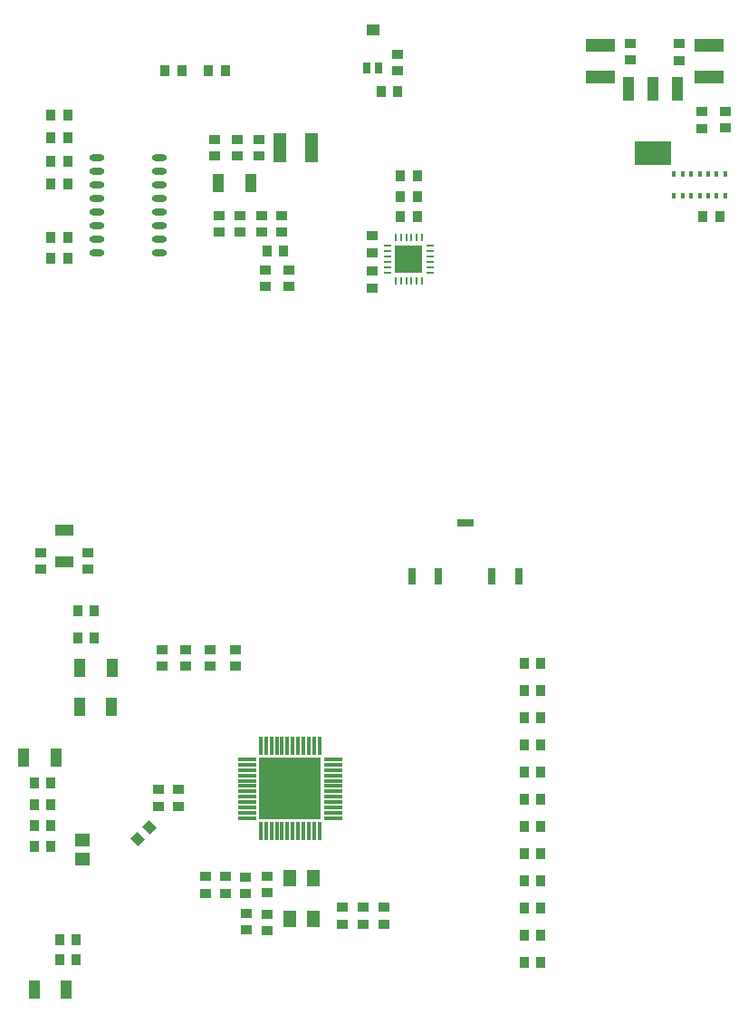
<source format=gtp>
G04 Layer_Color=8421504*
%FSLAX25Y25*%
%MOIN*%
G70*
G01*
G75*
%ADD10R,0.10709X0.04567*%
%ADD11R,0.03858X0.03661*%
%ADD12R,0.03661X0.03858*%
%ADD13R,0.13780X0.08661*%
%ADD14R,0.03937X0.08661*%
%ADD15R,0.01378X0.01968*%
%ADD16O,0.05512X0.02362*%
%ADD17R,0.04449X0.07087*%
%ADD18R,0.04567X0.10709*%
%ADD19R,0.05787X0.04567*%
%ADD20R,0.04724X0.05905*%
%ADD21R,0.22559X0.22559*%
%ADD22R,0.06614X0.01181*%
%ADD23R,0.01181X0.06614*%
G04:AMPARAMS|DCode=24|XSize=36.61mil|YSize=38.58mil|CornerRadius=0mil|HoleSize=0mil|Usage=FLASHONLY|Rotation=45.000|XOffset=0mil|YOffset=0mil|HoleType=Round|Shape=Rectangle|*
%AMROTATEDRECTD24*
4,1,4,0.00070,-0.02659,-0.02659,0.00070,-0.00070,0.02659,0.02659,-0.00070,0.00070,-0.02659,0.0*
%
%ADD24ROTATEDRECTD24*%

%ADD25R,0.03150X0.05905*%
%ADD26R,0.05905X0.03150*%
%ADD27R,0.07087X0.04449*%
%ADD28R,0.04724X0.04331*%
%ADD29R,0.03150X0.04331*%
%ADD30R,0.03150X0.00984*%
%ADD31R,0.00984X0.03150*%
%ADD32R,0.09842X0.09842*%
D10*
X221272Y356728D02*
D03*
Y345114D02*
D03*
X261272Y356728D02*
D03*
Y345114D02*
D03*
D11*
X232272Y357224D02*
D03*
Y351161D02*
D03*
X250272Y351118D02*
D03*
Y357181D02*
D03*
X267272Y326161D02*
D03*
Y332224D02*
D03*
X258772Y326130D02*
D03*
Y332193D02*
D03*
X106713Y273894D02*
D03*
Y267831D02*
D03*
X96713Y287831D02*
D03*
Y293894D02*
D03*
X104213Y293894D02*
D03*
Y287831D02*
D03*
X81046Y287831D02*
D03*
Y293894D02*
D03*
X79463Y322028D02*
D03*
Y315965D02*
D03*
X95713Y322059D02*
D03*
Y315996D02*
D03*
X98213Y273894D02*
D03*
Y267831D02*
D03*
X88879Y287831D02*
D03*
Y293894D02*
D03*
X87713Y322059D02*
D03*
Y315996D02*
D03*
X87008Y128366D02*
D03*
Y134429D02*
D03*
X15256Y164035D02*
D03*
Y170098D02*
D03*
X90945Y31220D02*
D03*
Y37283D02*
D03*
X98827Y31024D02*
D03*
Y37087D02*
D03*
X58858Y76791D02*
D03*
Y82854D02*
D03*
X126431Y33464D02*
D03*
Y39527D02*
D03*
X134025Y33464D02*
D03*
Y39527D02*
D03*
X141619Y33464D02*
D03*
Y39527D02*
D03*
X90847Y44705D02*
D03*
Y50768D02*
D03*
X98622Y44902D02*
D03*
Y50965D02*
D03*
X83366Y44744D02*
D03*
Y50807D02*
D03*
X76083Y44744D02*
D03*
Y50807D02*
D03*
X60138Y134232D02*
D03*
Y128169D02*
D03*
X68799Y134232D02*
D03*
Y128169D02*
D03*
X77756Y134232D02*
D03*
Y128169D02*
D03*
X66142Y76791D02*
D03*
Y82854D02*
D03*
X32743Y164035D02*
D03*
Y170098D02*
D03*
X146870Y353311D02*
D03*
Y347248D02*
D03*
X137398Y280469D02*
D03*
Y286531D02*
D03*
Y273532D02*
D03*
Y267469D02*
D03*
D12*
X259240Y293693D02*
D03*
X265303D02*
D03*
X77181Y347362D02*
D03*
X83244D02*
D03*
X67244Y347362D02*
D03*
X61181D02*
D03*
X98681Y280862D02*
D03*
X104744D02*
D03*
X19181Y278362D02*
D03*
X25244D02*
D03*
X25244Y285862D02*
D03*
X19181D02*
D03*
X25244Y322496D02*
D03*
X19181D02*
D03*
X25244Y330862D02*
D03*
X19181D02*
D03*
X19181Y305762D02*
D03*
X25244D02*
D03*
X19181Y314129D02*
D03*
X25244D02*
D03*
X19118Y77461D02*
D03*
X13055D02*
D03*
X19118Y69717D02*
D03*
X13055D02*
D03*
X199508Y109243D02*
D03*
X193445D02*
D03*
X199508Y119238D02*
D03*
X193445D02*
D03*
X199508Y129232D02*
D03*
X193445D02*
D03*
X199508Y79259D02*
D03*
X193445D02*
D03*
X199508Y69265D02*
D03*
X193445D02*
D03*
X199508Y99248D02*
D03*
X193445D02*
D03*
X199508Y89254D02*
D03*
X193445D02*
D03*
X199508Y19291D02*
D03*
X193445D02*
D03*
X199508Y29286D02*
D03*
X193445D02*
D03*
X199508Y39281D02*
D03*
X193445D02*
D03*
X199508Y49275D02*
D03*
X193445D02*
D03*
X199508Y59270D02*
D03*
X193445D02*
D03*
X28941Y148721D02*
D03*
X35004D02*
D03*
X28941Y138779D02*
D03*
X35004D02*
D03*
X28425Y27756D02*
D03*
X22362Y27756D02*
D03*
X28425Y20177D02*
D03*
X22362D02*
D03*
X12913Y61909D02*
D03*
X18976D02*
D03*
X19173Y85236D02*
D03*
X13110D02*
D03*
X140839Y339780D02*
D03*
X146902D02*
D03*
X147866Y308500D02*
D03*
X153929D02*
D03*
X147898Y301000D02*
D03*
X153961D02*
D03*
X147898Y293500D02*
D03*
X153961D02*
D03*
D13*
X240772Y316882D02*
D03*
D14*
X249827Y340504D02*
D03*
X240772D02*
D03*
X231716D02*
D03*
D15*
X267370Y309461D02*
D03*
X264220D02*
D03*
X261071D02*
D03*
X257921D02*
D03*
X254772D02*
D03*
X251622D02*
D03*
X248472D02*
D03*
Y301193D02*
D03*
X251622D02*
D03*
X254772D02*
D03*
X257921D02*
D03*
X261071D02*
D03*
X264220D02*
D03*
X267370D02*
D03*
D16*
X35984Y310362D02*
D03*
Y305362D02*
D03*
Y300362D02*
D03*
Y295362D02*
D03*
Y290362D02*
D03*
Y285362D02*
D03*
Y280362D02*
D03*
X59213D02*
D03*
Y285362D02*
D03*
Y290362D02*
D03*
Y295362D02*
D03*
Y300362D02*
D03*
Y305362D02*
D03*
Y310362D02*
D03*
Y315362D02*
D03*
X35984D02*
D03*
D17*
X80847Y305862D02*
D03*
X92579D02*
D03*
X29764Y113386D02*
D03*
X41496D02*
D03*
X29862Y127756D02*
D03*
X41594D02*
D03*
X13130Y9154D02*
D03*
X24862D02*
D03*
X9193Y94587D02*
D03*
X20925D02*
D03*
D18*
X103405Y318862D02*
D03*
X115020D02*
D03*
D19*
X30807Y64331D02*
D03*
Y57323D02*
D03*
D20*
X115650Y35315D02*
D03*
Y50276D02*
D03*
X106988D02*
D03*
Y35315D02*
D03*
D21*
X107185Y83169D02*
D03*
D22*
X122933Y93996D02*
D03*
Y92027D02*
D03*
Y90059D02*
D03*
Y88090D02*
D03*
Y86122D02*
D03*
Y84153D02*
D03*
Y82185D02*
D03*
Y80216D02*
D03*
Y78248D02*
D03*
Y76279D02*
D03*
Y74311D02*
D03*
Y72342D02*
D03*
X91536Y72342D02*
D03*
Y74311D02*
D03*
Y76279D02*
D03*
Y78248D02*
D03*
Y80216D02*
D03*
Y82185D02*
D03*
Y84153D02*
D03*
Y86122D02*
D03*
Y88090D02*
D03*
Y90059D02*
D03*
Y92028D02*
D03*
Y93996D02*
D03*
D23*
X118012Y67520D02*
D03*
X116043D02*
D03*
X114075D02*
D03*
X112106D02*
D03*
X110138D02*
D03*
X108169D02*
D03*
X106201D02*
D03*
X104232D02*
D03*
X102264D02*
D03*
X100295D02*
D03*
X98327D02*
D03*
X96358D02*
D03*
Y98819D02*
D03*
X98327D02*
D03*
X100295D02*
D03*
X102264D02*
D03*
X104232D02*
D03*
X106201D02*
D03*
X108169D02*
D03*
X110138D02*
D03*
X112106D02*
D03*
X114075D02*
D03*
X116043D02*
D03*
X118012D02*
D03*
D24*
X55392Y68876D02*
D03*
X51104Y64589D02*
D03*
D25*
X191339Y161417D02*
D03*
X181496D02*
D03*
X151969D02*
D03*
X161811D02*
D03*
D26*
X171654Y181102D02*
D03*
D27*
X23917Y178209D02*
D03*
Y166476D02*
D03*
D28*
X137705Y362224D02*
D03*
D29*
X139870Y348248D02*
D03*
X135539D02*
D03*
D30*
X158772Y273079D02*
D03*
Y275047D02*
D03*
Y277016D02*
D03*
Y278984D02*
D03*
Y280953D02*
D03*
Y282921D02*
D03*
X143024D02*
D03*
Y280953D02*
D03*
Y278984D02*
D03*
Y277016D02*
D03*
Y275047D02*
D03*
Y273079D02*
D03*
D31*
X145976Y285874D02*
D03*
X147945D02*
D03*
X149913D02*
D03*
X151882D02*
D03*
X153850D02*
D03*
X155819D02*
D03*
X145976Y270126D02*
D03*
X147945D02*
D03*
X149913D02*
D03*
X151882D02*
D03*
X153850D02*
D03*
X155819D02*
D03*
D32*
X150898Y278000D02*
D03*
M02*

</source>
